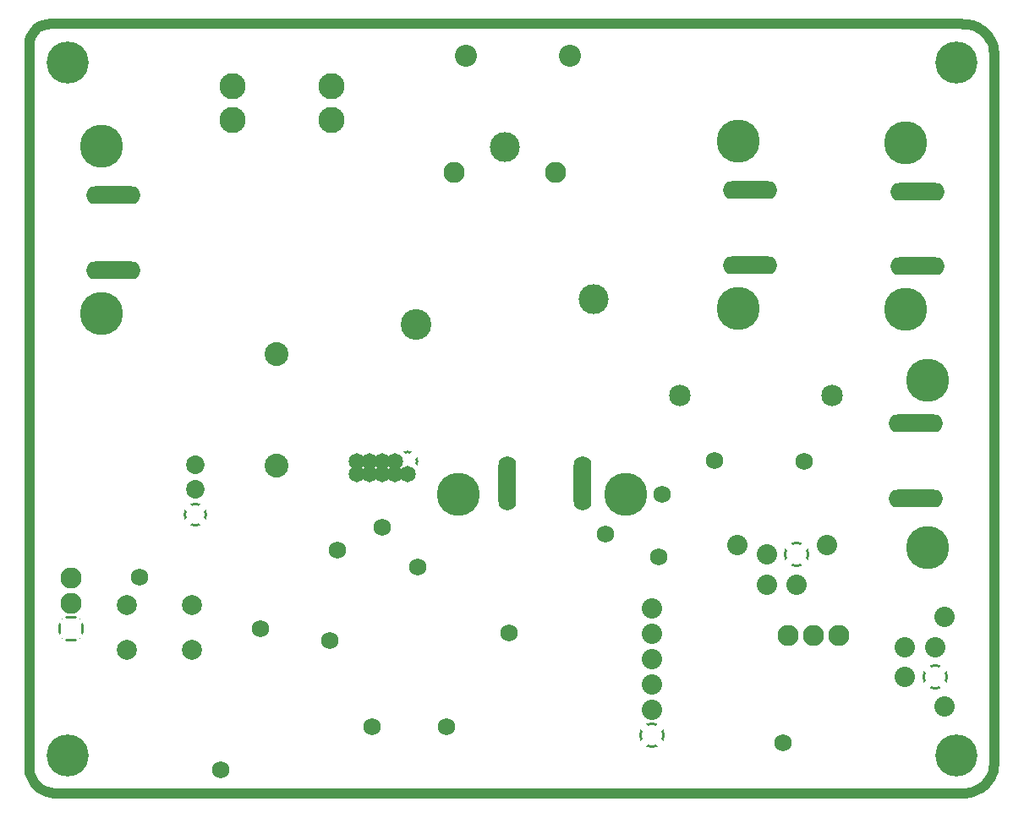
<source format=gbr>
%FSTAX23Y23*%
%MOIN*%
%SFA1B1*%

%IPPOS*%
%AMD52*
1,1,0.100000,0.000000,0.000000*
1,0,0.080000,0.000000,0.000000*
4,0,4,0.024700,0.046000,-0.046000,-0.024700,-0.024700,-0.046000,0.046000,0.024700,0.024700,0.046000,0.0*
4,0,4,-0.024700,0.046000,0.046000,-0.024700,0.024700,-0.046000,-0.046000,0.024700,-0.024700,0.046000,0.0*
%
%AMD54*
1,1,0.100157,0.000000,0.000000*
1,0,0.080157,0.000000,0.000000*
4,0,4,0.024700,0.046000,-0.046000,-0.024700,-0.024700,-0.046000,0.046000,0.024700,0.024700,0.046000,0.0*
4,0,4,-0.024700,0.046000,0.046000,-0.024700,0.024700,-0.046000,-0.046000,0.024700,-0.024700,0.046000,0.0*
%
%AMD66*
1,1,0.085000,0.000000,0.000000*
1,0,0.065000,0.000000,0.000000*
4,0,4,0.019400,0.040700,-0.040700,-0.019400,-0.019400,-0.040700,0.040700,0.019400,0.019400,0.040700,0.0*
4,0,4,-0.019400,0.040700,0.040700,-0.019400,0.019400,-0.040700,-0.040700,0.019400,-0.019400,0.040700,0.0*
%
%AMD69*
1,1,0.103307,0.000000,0.000000*
1,0,0.083307,0.000000,0.000000*
4,0,4,0.025900,0.047100,-0.047100,-0.025900,-0.025900,-0.047100,0.047100,0.025900,0.025900,0.047100,0.0*
4,0,4,-0.025900,0.047100,0.047100,-0.025900,0.025900,-0.047100,-0.047100,0.025900,-0.025900,0.047100,0.0*
%
%AMD72*
1,1,0.092874,0.000000,0.000000*
1,0,0.072874,0.000000,0.000000*
4,0,4,0.022200,0.043400,-0.043400,-0.022200,-0.022200,-0.043400,0.043400,0.022200,0.022200,0.043400,0.0*
4,0,4,-0.022200,0.043400,0.043400,-0.022200,0.022200,-0.043400,-0.043400,0.022200,-0.022200,0.043400,0.0*
%
%ADD46C,0.121000*%
%ADD50C,0.040000*%
%ADD51C,0.080000*%
G04~CAMADD=52~12~0.0~0.0~0.0~0.0~0.0~0.0~0~1000.0~800.0~0.0~45.0~4~300.0~0.0~0.0~0.0~0~0.0~0.0~0.0~0.0~1000.0~1000.0*
%ADD52D52*%
%ADD53C,0.080000*%
G04~CAMADD=54~12~0.0~0.0~0.0~0.0~0.0~0.0~0~1001.6~801.6~0.0~45.0~4~300.0~0.0~0.0~0.0~0~0.0~0.0~0.0~0.0~1001.6~1001.6*
%ADD54D54*%
%ADD56O,0.216000X0.070000*%
%ADD57C,0.170000*%
%ADD58O,0.070000X0.216000*%
%ADD59C,0.087000*%
%ADD60C,0.094000*%
%ADD62C,0.103000*%
%ADD65C,0.065000*%
G04~CAMADD=66~12~0.0~0.0~0.0~0.0~0.0~0.0~0~850.0~650.0~0.0~45.0~4~300.0~0.0~0.0~0.0~0~0.0~0.0~0.0~0.0~850.0~850.0*
%ADD66D66*%
%ADD67C,0.079000*%
G04~CAMADD=69~12~0.0~0.0~0.0~0.0~0.0~0.0~0~1033.1~833.1~0.0~45.0~4~300.0~0.0~0.0~0.0~0~0.0~0.0~0.0~0.0~1033.1~1033.1*
%ADD69D69*%
%ADD70C,0.083000*%
%ADD71C,0.073000*%
G04~CAMADD=72~12~0.0~0.0~0.0~0.0~0.0~0.0~0~928.7~728.7~0.0~45.0~4~300.0~0.0~0.0~0.0~0~0.0~0.0~0.0~0.0~928.7~928.7*
%ADD72D72*%
%ADD73C,0.166000*%
%ADD74C,0.085000*%
%ADD75C,0.083000*%
%ADD76C,0.118000*%
%ADD77C,0.068000*%
%LNbatt_man_rev2_copper_plane_2-1*%
%LPD*%
G54D46*
X01525Y0231D03*
G54D50*
X00086Y03496D02*
D01*
X0008Y03496*
X00074Y03495*
X00069Y03495*
X00063Y03494*
X00057Y03492*
X00052Y03491*
X00047Y03488*
X00042Y03486*
X00037Y03483*
X00032Y0348*
X00028Y03476*
X00024Y03472*
X0002Y03468*
X00016Y03464*
X00013Y03459*
X0001Y03455*
X00007Y03449*
X00005Y03444*
X00003Y03439*
X00002Y03433*
X0Y03428*
X0Y03422*
X0Y03417*
X0Y03411*
X0Y03405*
X0Y03405*
X03804Y03376D02*
D01*
X03803Y03384*
X03802Y03392*
X03801Y034*
X03799Y03409*
X03796Y03417*
X03793Y03424*
X03789Y03432*
X03785Y03439*
X03781Y03446*
X03775Y03453*
X0377Y03459*
X03764Y03465*
X03757Y0347*
X03751Y03475*
X03744Y03479*
X03736Y03483*
X03728Y03487*
X03721Y0349*
X03713Y03492*
X03704Y03494*
X03696Y03495*
X03688Y03495*
X03679*
X03674Y03496*
X03678Y00462D02*
D01*
X03686Y00461*
X03694Y00462*
X03703Y00463*
X03711Y00465*
X03719Y00467*
X03727Y0047*
X03735Y00473*
X03742Y00477*
X0375Y00482*
X03756Y00487*
X03763Y00492*
X03769Y00498*
X03775Y00504*
X0378Y00511*
X03785Y00518*
X03789Y00525*
X03793Y00533*
X03796Y0054*
X03799Y00548*
X03801Y00557*
X03802Y00565*
X03803Y00573*
X03804Y00582*
X03803Y0059*
X03803Y00597*
X0Y0057D02*
D01*
X0Y00562*
X0Y00555*
X00001Y00548*
X00002Y00541*
X00004Y00534*
X00006Y00527*
X00009Y00521*
X00013Y00514*
X00016Y00508*
X0002Y00502*
X00025Y00497*
X0003Y00491*
X00035Y00486*
X00041Y00482*
X00047Y00478*
X00053Y00474*
X00059Y00471*
X00066Y00468*
X00073Y00466*
X0008Y00464*
X00087Y00463*
X00094Y00462*
X00101Y00461*
X00108Y00462*
X03678*
X03803Y00597D02*
X03804Y00598D01*
Y03376*
X03673Y03496D02*
X03674D01*
X00086D02*
X03673D01*
X0Y03405D02*
D01*
Y0057D02*
Y03405D01*
G54D51*
X03451Y00921D03*
X03569Y01039D03*
X03451D03*
X03606Y00803D03*
Y01157D03*
X03025Y01285D03*
X02907Y01403D03*
Y01285D03*
X03143Y0144D03*
X02789D03*
G54D52*
X03569Y00921D03*
X03025Y01403D03*
G54D53*
X02455Y0079D03*
Y0089D03*
Y0099D03*
Y0109D03*
Y0119D03*
G54D54*
X02455Y0069D03*
G54D56*
X03495Y01625D03*
Y0192D03*
X0033Y0282D03*
Y02525D03*
X035Y02835D03*
Y0254D03*
X0284Y0284D03*
Y02545D03*
G54D57*
X0354Y01432D03*
Y0209D03*
X01692Y0164D03*
X0235D03*
X00285Y03013D03*
Y02355D03*
X03455Y03028D03*
Y0237D03*
X02795Y03033D03*
Y02375D03*
G54D58*
X01885Y01685D03*
X0218D03*
G54D59*
X02131Y0337D03*
X01719D03*
G54D60*
X00975Y02193D03*
Y01755D03*
G54D62*
X008Y03118D03*
X0119D03*
Y03252D03*
X008D03*
G54D65*
X0129Y0172D03*
X0134D03*
X0139D03*
X0144D03*
X0149D03*
X0129Y0177D03*
X0134D03*
X0139D03*
X0144D03*
G54D66*
X0149Y0177D03*
G54D67*
X00385Y01204D03*
X00641D03*
X00385Y01026D03*
X00641D03*
G54D69*
X00165Y0111D03*
G54D70*
X00165Y0131D03*
Y0121D03*
X0299Y01085D03*
X0309D03*
X0319D03*
G54D71*
X00654Y01758D03*
Y0166D03*
G54D72*
X00654Y01562D03*
G54D73*
X0015Y03345D03*
Y0061D03*
X03655Y03345D03*
Y0061D03*
G54D74*
X02565Y0203D03*
X03165D03*
G54D75*
X02075Y0291D03*
X01675D03*
G54D76*
X01875Y0301D03*
X02225Y0241D03*
G54D77*
X00912Y01111D03*
X00755Y00555D03*
X0297Y0066D03*
X01215Y0142D03*
X01185Y01065D03*
X0227Y01485D03*
X01389Y0151D03*
X03055Y0177D03*
X00433Y01315D03*
X0189Y01095D03*
X0153Y01355D03*
X0135Y00724D03*
X01645D03*
X02495Y0164D03*
X0248Y01395D03*
X02701Y01775D03*
M02*
</source>
